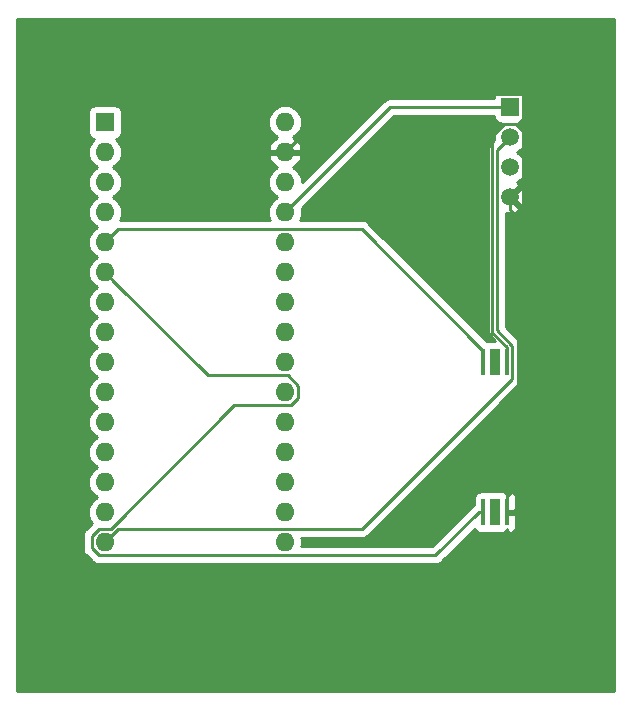
<source format=gtl>
G04 #@! TF.GenerationSoftware,KiCad,Pcbnew,(5.1.0)-1*
G04 #@! TF.CreationDate,2019-10-27T15:01:23-04:00*
G04 #@! TF.ProjectId,Reciever,52656369-6576-4657-922e-6b696361645f,rev?*
G04 #@! TF.SameCoordinates,Original*
G04 #@! TF.FileFunction,Copper,L1,Top*
G04 #@! TF.FilePolarity,Positive*
%FSLAX46Y46*%
G04 Gerber Fmt 4.6, Leading zero omitted, Abs format (unit mm)*
G04 Created by KiCad (PCBNEW (5.1.0)-1) date 2019-10-27 15:01:23*
%MOMM*%
%LPD*%
G04 APERTURE LIST*
%ADD10C,1.500000*%
%ADD11R,1.500000X1.500000*%
%ADD12R,0.920000X2.290000*%
%ADD13R,0.330000X2.290000*%
%ADD14O,1.600000X1.600000*%
%ADD15R,1.600000X1.600000*%
%ADD16C,0.250000*%
%ADD17C,0.254000*%
G04 APERTURE END LIST*
D10*
X66040000Y-62230000D03*
X66040000Y-59690000D03*
X66040000Y-57150000D03*
D11*
X66040000Y-54610000D03*
D12*
X64770000Y-76200000D03*
D13*
X63790000Y-76200000D03*
X65750000Y-76200000D03*
D12*
X64770000Y-88900000D03*
D13*
X63790000Y-88900000D03*
X65750000Y-88900000D03*
D14*
X46990000Y-91440000D03*
X31750000Y-91440000D03*
X46990000Y-55880000D03*
X31750000Y-88900000D03*
X46990000Y-58420000D03*
X31750000Y-86360000D03*
X46990000Y-60960000D03*
X31750000Y-83820000D03*
X46990000Y-63500000D03*
X31750000Y-81280000D03*
X46990000Y-66040000D03*
X31750000Y-78740000D03*
X46990000Y-68580000D03*
X31750000Y-76200000D03*
X46990000Y-71120000D03*
X31750000Y-73660000D03*
X46990000Y-73660000D03*
X31750000Y-71120000D03*
X46990000Y-76200000D03*
X31750000Y-68580000D03*
X46990000Y-78740000D03*
X31750000Y-66040000D03*
X46990000Y-81280000D03*
X31750000Y-63500000D03*
X46990000Y-83820000D03*
X31750000Y-60960000D03*
X46990000Y-86360000D03*
X31750000Y-58420000D03*
X46990000Y-88900000D03*
D15*
X31750000Y-55880000D03*
D16*
X32549999Y-90640001D02*
X31750000Y-91440000D01*
X53530003Y-90314999D02*
X32875001Y-90314999D01*
X66240001Y-77605001D02*
X53530003Y-90314999D01*
X32875001Y-90314999D02*
X32549999Y-90640001D01*
X66240001Y-74794999D02*
X66240001Y-77605001D01*
X64964999Y-73519997D02*
X66240001Y-74794999D01*
X64964999Y-58225001D02*
X64964999Y-73519997D01*
X66040000Y-57150000D02*
X64964999Y-58225001D01*
X66040000Y-63290660D02*
X66040000Y-62230000D01*
X66690010Y-63940670D02*
X66040000Y-63290660D01*
X66690010Y-86564990D02*
X66690010Y-63940670D01*
X65750000Y-87505000D02*
X66690010Y-86564990D01*
X65750000Y-88900000D02*
X65750000Y-87505000D01*
X67115001Y-56633999D02*
X67115001Y-86139999D01*
X67115001Y-86139999D02*
X66690010Y-86564990D01*
X66556001Y-56074999D02*
X67115001Y-56633999D01*
X65523999Y-56074999D02*
X66556001Y-56074999D01*
X64514989Y-57084009D02*
X65523999Y-56074999D01*
X64514989Y-73706397D02*
X64514989Y-57084009D01*
X65750000Y-74941408D02*
X64514989Y-73706397D01*
X65750000Y-76200000D02*
X65750000Y-74941408D01*
X65523999Y-56074999D02*
X64770000Y-56828998D01*
X51875001Y-53534999D02*
X67050001Y-53534999D01*
X46990000Y-58420000D02*
X51875001Y-53534999D01*
X67050001Y-53534999D02*
X67115001Y-53599999D01*
X67115001Y-53599999D02*
X67115001Y-55620001D01*
X67115001Y-55620001D02*
X66660003Y-56074999D01*
X66660003Y-56074999D02*
X65523999Y-56074999D01*
X55880000Y-54610000D02*
X46990000Y-63500000D01*
X66040000Y-54610000D02*
X55880000Y-54610000D01*
X32549999Y-69379999D02*
X31750000Y-68580000D01*
X47240003Y-77325001D02*
X40495001Y-77325001D01*
X48115001Y-79280001D02*
X48115001Y-78199999D01*
X47530001Y-79865001D02*
X48115001Y-79280001D01*
X32238591Y-90314999D02*
X42688589Y-79865001D01*
X40495001Y-77325001D02*
X32549999Y-69379999D01*
X31209999Y-90314999D02*
X32238591Y-90314999D01*
X48115001Y-78199999D02*
X47240003Y-77325001D01*
X30624999Y-90899999D02*
X31209999Y-90314999D01*
X42688589Y-79865001D02*
X47530001Y-79865001D01*
X30624999Y-91980001D02*
X30624999Y-90899999D01*
X31209999Y-92565001D02*
X30624999Y-91980001D01*
X59709999Y-92565001D02*
X31209999Y-92565001D01*
X63375000Y-88900000D02*
X59709999Y-92565001D01*
X63790000Y-88900000D02*
X63375000Y-88900000D01*
X32549999Y-65240001D02*
X31750000Y-66040000D01*
X32875001Y-64914999D02*
X32549999Y-65240001D01*
X53484999Y-64914999D02*
X32875001Y-64914999D01*
X63790000Y-75220000D02*
X53484999Y-64914999D01*
X63790000Y-76200000D02*
X63790000Y-75220000D01*
D17*
G36*
X74803000Y-104013000D02*
G01*
X24257000Y-104013000D01*
X24257000Y-90899999D01*
X29861323Y-90899999D01*
X29865000Y-90937331D01*
X29864999Y-91942678D01*
X29861323Y-91980001D01*
X29864999Y-92017323D01*
X29864999Y-92017333D01*
X29875996Y-92128986D01*
X29898653Y-92203676D01*
X29919453Y-92272247D01*
X29990025Y-92404277D01*
X30029870Y-92452827D01*
X30084998Y-92520002D01*
X30114001Y-92543804D01*
X30646199Y-93076003D01*
X30669998Y-93105002D01*
X30698996Y-93128800D01*
X30785722Y-93199975D01*
X30917752Y-93270547D01*
X31061013Y-93314004D01*
X31172666Y-93325001D01*
X31172676Y-93325001D01*
X31209999Y-93328677D01*
X31247322Y-93325001D01*
X59672677Y-93325001D01*
X59709999Y-93328677D01*
X59747321Y-93325001D01*
X59747332Y-93325001D01*
X59858985Y-93314004D01*
X60002246Y-93270547D01*
X60134275Y-93199975D01*
X60250000Y-93105002D01*
X60273803Y-93075998D01*
X63044249Y-90305552D01*
X63094463Y-90399494D01*
X63173815Y-90496185D01*
X63270506Y-90575537D01*
X63380820Y-90634502D01*
X63500518Y-90670812D01*
X63625000Y-90683072D01*
X63955000Y-90683072D01*
X64079482Y-90670812D01*
X64132500Y-90654729D01*
X64185518Y-90670812D01*
X64310000Y-90683072D01*
X65230000Y-90683072D01*
X65354482Y-90670812D01*
X65407305Y-90654788D01*
X65453733Y-90669424D01*
X65553250Y-90680000D01*
X65712000Y-90521250D01*
X65712000Y-90458637D01*
X65760537Y-90399494D01*
X65788000Y-90348115D01*
X65788000Y-90521250D01*
X65946750Y-90680000D01*
X66046267Y-90669424D01*
X66165564Y-90631817D01*
X66275231Y-90571659D01*
X66371056Y-90491261D01*
X66449354Y-90393714D01*
X66507117Y-90282767D01*
X66542126Y-90162682D01*
X66553034Y-90038074D01*
X66550000Y-89185750D01*
X66391250Y-89027000D01*
X65868072Y-89027000D01*
X65868072Y-88773000D01*
X66391250Y-88773000D01*
X66550000Y-88614250D01*
X66553034Y-87761926D01*
X66542126Y-87637318D01*
X66507117Y-87517233D01*
X66449354Y-87406286D01*
X66371056Y-87308739D01*
X66275231Y-87228341D01*
X66165564Y-87168183D01*
X66046267Y-87130576D01*
X65946750Y-87120000D01*
X65788000Y-87278750D01*
X65788000Y-87451885D01*
X65760537Y-87400506D01*
X65712000Y-87341363D01*
X65712000Y-87278750D01*
X65553250Y-87120000D01*
X65453733Y-87130576D01*
X65407305Y-87145212D01*
X65354482Y-87129188D01*
X65230000Y-87116928D01*
X64310000Y-87116928D01*
X64185518Y-87129188D01*
X64132500Y-87145271D01*
X64079482Y-87129188D01*
X63955000Y-87116928D01*
X63625000Y-87116928D01*
X63500518Y-87129188D01*
X63380820Y-87165498D01*
X63270506Y-87224463D01*
X63173815Y-87303815D01*
X63094463Y-87400506D01*
X63035498Y-87510820D01*
X62999188Y-87630518D01*
X62986928Y-87755000D01*
X62986928Y-88245674D01*
X62950723Y-88265026D01*
X62867083Y-88333668D01*
X62834999Y-88359999D01*
X62811201Y-88388997D01*
X59395198Y-91805001D01*
X48378849Y-91805001D01*
X48404236Y-91721309D01*
X48431943Y-91440000D01*
X48404236Y-91158691D01*
X48378849Y-91074999D01*
X53492681Y-91074999D01*
X53530003Y-91078675D01*
X53567325Y-91074999D01*
X53567336Y-91074999D01*
X53678989Y-91064002D01*
X53822250Y-91020545D01*
X53954279Y-90949973D01*
X54070004Y-90855000D01*
X54093807Y-90825996D01*
X66751004Y-78168800D01*
X66780002Y-78145002D01*
X66874975Y-78029277D01*
X66945547Y-77897248D01*
X66989004Y-77753987D01*
X67000001Y-77642334D01*
X67003678Y-77605001D01*
X67000001Y-77567668D01*
X67000001Y-74832321D01*
X67003677Y-74794998D01*
X67000001Y-74757675D01*
X67000001Y-74757666D01*
X66989004Y-74646013D01*
X66945547Y-74502752D01*
X66906226Y-74429188D01*
X66874975Y-74370722D01*
X66803800Y-74283996D01*
X66780002Y-74254998D01*
X66751005Y-74231201D01*
X65724999Y-73205196D01*
X65724999Y-63578823D01*
X65839960Y-63607250D01*
X66112492Y-63619812D01*
X66382238Y-63578965D01*
X66638832Y-63486277D01*
X66751863Y-63425860D01*
X66817388Y-63186993D01*
X66040000Y-62409605D01*
X66025858Y-62423748D01*
X65846253Y-62244143D01*
X65860395Y-62230000D01*
X66219605Y-62230000D01*
X66996993Y-63007388D01*
X67235860Y-62941863D01*
X67351760Y-62694884D01*
X67417250Y-62430040D01*
X67429812Y-62157508D01*
X67388965Y-61887762D01*
X67296277Y-61631168D01*
X67235860Y-61518137D01*
X66996993Y-61452612D01*
X66219605Y-62230000D01*
X65860395Y-62230000D01*
X65846253Y-62215858D01*
X66025858Y-62036253D01*
X66040000Y-62050395D01*
X66817388Y-61273007D01*
X66751863Y-61034140D01*
X66593523Y-60959836D01*
X66696043Y-60917371D01*
X66922886Y-60765799D01*
X67115799Y-60572886D01*
X67267371Y-60346043D01*
X67371775Y-60093989D01*
X67425000Y-59826411D01*
X67425000Y-59553589D01*
X67371775Y-59286011D01*
X67267371Y-59033957D01*
X67115799Y-58807114D01*
X66922886Y-58614201D01*
X66696043Y-58462629D01*
X66593127Y-58420000D01*
X66696043Y-58377371D01*
X66922886Y-58225799D01*
X67115799Y-58032886D01*
X67267371Y-57806043D01*
X67371775Y-57553989D01*
X67425000Y-57286411D01*
X67425000Y-57013589D01*
X67371775Y-56746011D01*
X67267371Y-56493957D01*
X67115799Y-56267114D01*
X66922886Y-56074201D01*
X66806517Y-55996445D01*
X66914482Y-55985812D01*
X67034180Y-55949502D01*
X67144494Y-55890537D01*
X67241185Y-55811185D01*
X67320537Y-55714494D01*
X67379502Y-55604180D01*
X67415812Y-55484482D01*
X67428072Y-55360000D01*
X67428072Y-53860000D01*
X67415812Y-53735518D01*
X67379502Y-53615820D01*
X67320537Y-53505506D01*
X67241185Y-53408815D01*
X67144494Y-53329463D01*
X67034180Y-53270498D01*
X66914482Y-53234188D01*
X66790000Y-53221928D01*
X65290000Y-53221928D01*
X65165518Y-53234188D01*
X65045820Y-53270498D01*
X64935506Y-53329463D01*
X64838815Y-53408815D01*
X64759463Y-53505506D01*
X64700498Y-53615820D01*
X64664188Y-53735518D01*
X64652913Y-53850000D01*
X55917333Y-53850000D01*
X55880000Y-53846323D01*
X55842667Y-53850000D01*
X55731014Y-53860997D01*
X55587753Y-53904454D01*
X55455724Y-53975026D01*
X55339999Y-54069999D01*
X55316201Y-54098997D01*
X48429402Y-60985797D01*
X48431943Y-60960000D01*
X48404236Y-60678691D01*
X48322182Y-60408192D01*
X48188932Y-60158899D01*
X48009608Y-59940392D01*
X47791101Y-59761068D01*
X47653318Y-59687421D01*
X47845131Y-59572385D01*
X48053519Y-59383414D01*
X48221037Y-59157420D01*
X48341246Y-58903087D01*
X48381904Y-58769039D01*
X48259915Y-58547000D01*
X47117000Y-58547000D01*
X47117000Y-58567000D01*
X46863000Y-58567000D01*
X46863000Y-58547000D01*
X45720085Y-58547000D01*
X45598096Y-58769039D01*
X45638754Y-58903087D01*
X45758963Y-59157420D01*
X45926481Y-59383414D01*
X46134869Y-59572385D01*
X46326682Y-59687421D01*
X46188899Y-59761068D01*
X45970392Y-59940392D01*
X45791068Y-60158899D01*
X45657818Y-60408192D01*
X45575764Y-60678691D01*
X45548057Y-60960000D01*
X45575764Y-61241309D01*
X45657818Y-61511808D01*
X45791068Y-61761101D01*
X45970392Y-61979608D01*
X46188899Y-62158932D01*
X46321858Y-62230000D01*
X46188899Y-62301068D01*
X45970392Y-62480392D01*
X45791068Y-62698899D01*
X45657818Y-62948192D01*
X45575764Y-63218691D01*
X45548057Y-63500000D01*
X45575764Y-63781309D01*
X45657818Y-64051808D01*
X45712975Y-64154999D01*
X33027025Y-64154999D01*
X33082182Y-64051808D01*
X33164236Y-63781309D01*
X33191943Y-63500000D01*
X33164236Y-63218691D01*
X33082182Y-62948192D01*
X32948932Y-62698899D01*
X32769608Y-62480392D01*
X32551101Y-62301068D01*
X32418142Y-62230000D01*
X32551101Y-62158932D01*
X32769608Y-61979608D01*
X32948932Y-61761101D01*
X33082182Y-61511808D01*
X33164236Y-61241309D01*
X33191943Y-60960000D01*
X33164236Y-60678691D01*
X33082182Y-60408192D01*
X32948932Y-60158899D01*
X32769608Y-59940392D01*
X32551101Y-59761068D01*
X32418142Y-59690000D01*
X32551101Y-59618932D01*
X32769608Y-59439608D01*
X32948932Y-59221101D01*
X33082182Y-58971808D01*
X33164236Y-58701309D01*
X33191943Y-58420000D01*
X33164236Y-58138691D01*
X33082182Y-57868192D01*
X32948932Y-57618899D01*
X32769608Y-57400392D01*
X32656518Y-57307581D01*
X32674482Y-57305812D01*
X32794180Y-57269502D01*
X32904494Y-57210537D01*
X33001185Y-57131185D01*
X33080537Y-57034494D01*
X33139502Y-56924180D01*
X33175812Y-56804482D01*
X33188072Y-56680000D01*
X33188072Y-55880000D01*
X45548057Y-55880000D01*
X45575764Y-56161309D01*
X45657818Y-56431808D01*
X45791068Y-56681101D01*
X45970392Y-56899608D01*
X46188899Y-57078932D01*
X46326682Y-57152579D01*
X46134869Y-57267615D01*
X45926481Y-57456586D01*
X45758963Y-57682580D01*
X45638754Y-57936913D01*
X45598096Y-58070961D01*
X45720085Y-58293000D01*
X46863000Y-58293000D01*
X46863000Y-58273000D01*
X47117000Y-58273000D01*
X47117000Y-58293000D01*
X48259915Y-58293000D01*
X48381904Y-58070961D01*
X48341246Y-57936913D01*
X48221037Y-57682580D01*
X48053519Y-57456586D01*
X47845131Y-57267615D01*
X47653318Y-57152579D01*
X47791101Y-57078932D01*
X48009608Y-56899608D01*
X48188932Y-56681101D01*
X48322182Y-56431808D01*
X48404236Y-56161309D01*
X48431943Y-55880000D01*
X48404236Y-55598691D01*
X48322182Y-55328192D01*
X48188932Y-55078899D01*
X48009608Y-54860392D01*
X47791101Y-54681068D01*
X47541808Y-54547818D01*
X47271309Y-54465764D01*
X47060492Y-54445000D01*
X46919508Y-54445000D01*
X46708691Y-54465764D01*
X46438192Y-54547818D01*
X46188899Y-54681068D01*
X45970392Y-54860392D01*
X45791068Y-55078899D01*
X45657818Y-55328192D01*
X45575764Y-55598691D01*
X45548057Y-55880000D01*
X33188072Y-55880000D01*
X33188072Y-55080000D01*
X33175812Y-54955518D01*
X33139502Y-54835820D01*
X33080537Y-54725506D01*
X33001185Y-54628815D01*
X32904494Y-54549463D01*
X32794180Y-54490498D01*
X32674482Y-54454188D01*
X32550000Y-54441928D01*
X30950000Y-54441928D01*
X30825518Y-54454188D01*
X30705820Y-54490498D01*
X30595506Y-54549463D01*
X30498815Y-54628815D01*
X30419463Y-54725506D01*
X30360498Y-54835820D01*
X30324188Y-54955518D01*
X30311928Y-55080000D01*
X30311928Y-56680000D01*
X30324188Y-56804482D01*
X30360498Y-56924180D01*
X30419463Y-57034494D01*
X30498815Y-57131185D01*
X30595506Y-57210537D01*
X30705820Y-57269502D01*
X30825518Y-57305812D01*
X30843482Y-57307581D01*
X30730392Y-57400392D01*
X30551068Y-57618899D01*
X30417818Y-57868192D01*
X30335764Y-58138691D01*
X30308057Y-58420000D01*
X30335764Y-58701309D01*
X30417818Y-58971808D01*
X30551068Y-59221101D01*
X30730392Y-59439608D01*
X30948899Y-59618932D01*
X31081858Y-59690000D01*
X30948899Y-59761068D01*
X30730392Y-59940392D01*
X30551068Y-60158899D01*
X30417818Y-60408192D01*
X30335764Y-60678691D01*
X30308057Y-60960000D01*
X30335764Y-61241309D01*
X30417818Y-61511808D01*
X30551068Y-61761101D01*
X30730392Y-61979608D01*
X30948899Y-62158932D01*
X31081858Y-62230000D01*
X30948899Y-62301068D01*
X30730392Y-62480392D01*
X30551068Y-62698899D01*
X30417818Y-62948192D01*
X30335764Y-63218691D01*
X30308057Y-63500000D01*
X30335764Y-63781309D01*
X30417818Y-64051808D01*
X30551068Y-64301101D01*
X30730392Y-64519608D01*
X30948899Y-64698932D01*
X31081858Y-64770000D01*
X30948899Y-64841068D01*
X30730392Y-65020392D01*
X30551068Y-65238899D01*
X30417818Y-65488192D01*
X30335764Y-65758691D01*
X30308057Y-66040000D01*
X30335764Y-66321309D01*
X30417818Y-66591808D01*
X30551068Y-66841101D01*
X30730392Y-67059608D01*
X30948899Y-67238932D01*
X31081858Y-67310000D01*
X30948899Y-67381068D01*
X30730392Y-67560392D01*
X30551068Y-67778899D01*
X30417818Y-68028192D01*
X30335764Y-68298691D01*
X30308057Y-68580000D01*
X30335764Y-68861309D01*
X30417818Y-69131808D01*
X30551068Y-69381101D01*
X30730392Y-69599608D01*
X30948899Y-69778932D01*
X31081858Y-69850000D01*
X30948899Y-69921068D01*
X30730392Y-70100392D01*
X30551068Y-70318899D01*
X30417818Y-70568192D01*
X30335764Y-70838691D01*
X30308057Y-71120000D01*
X30335764Y-71401309D01*
X30417818Y-71671808D01*
X30551068Y-71921101D01*
X30730392Y-72139608D01*
X30948899Y-72318932D01*
X31081858Y-72390000D01*
X30948899Y-72461068D01*
X30730392Y-72640392D01*
X30551068Y-72858899D01*
X30417818Y-73108192D01*
X30335764Y-73378691D01*
X30308057Y-73660000D01*
X30335764Y-73941309D01*
X30417818Y-74211808D01*
X30551068Y-74461101D01*
X30730392Y-74679608D01*
X30948899Y-74858932D01*
X31081858Y-74930000D01*
X30948899Y-75001068D01*
X30730392Y-75180392D01*
X30551068Y-75398899D01*
X30417818Y-75648192D01*
X30335764Y-75918691D01*
X30308057Y-76200000D01*
X30335764Y-76481309D01*
X30417818Y-76751808D01*
X30551068Y-77001101D01*
X30730392Y-77219608D01*
X30948899Y-77398932D01*
X31081858Y-77470000D01*
X30948899Y-77541068D01*
X30730392Y-77720392D01*
X30551068Y-77938899D01*
X30417818Y-78188192D01*
X30335764Y-78458691D01*
X30308057Y-78740000D01*
X30335764Y-79021309D01*
X30417818Y-79291808D01*
X30551068Y-79541101D01*
X30730392Y-79759608D01*
X30948899Y-79938932D01*
X31081858Y-80010000D01*
X30948899Y-80081068D01*
X30730392Y-80260392D01*
X30551068Y-80478899D01*
X30417818Y-80728192D01*
X30335764Y-80998691D01*
X30308057Y-81280000D01*
X30335764Y-81561309D01*
X30417818Y-81831808D01*
X30551068Y-82081101D01*
X30730392Y-82299608D01*
X30948899Y-82478932D01*
X31081858Y-82550000D01*
X30948899Y-82621068D01*
X30730392Y-82800392D01*
X30551068Y-83018899D01*
X30417818Y-83268192D01*
X30335764Y-83538691D01*
X30308057Y-83820000D01*
X30335764Y-84101309D01*
X30417818Y-84371808D01*
X30551068Y-84621101D01*
X30730392Y-84839608D01*
X30948899Y-85018932D01*
X31081858Y-85090000D01*
X30948899Y-85161068D01*
X30730392Y-85340392D01*
X30551068Y-85558899D01*
X30417818Y-85808192D01*
X30335764Y-86078691D01*
X30308057Y-86360000D01*
X30335764Y-86641309D01*
X30417818Y-86911808D01*
X30551068Y-87161101D01*
X30730392Y-87379608D01*
X30948899Y-87558932D01*
X31081858Y-87630000D01*
X30948899Y-87701068D01*
X30730392Y-87880392D01*
X30551068Y-88098899D01*
X30417818Y-88348192D01*
X30335764Y-88618691D01*
X30308057Y-88900000D01*
X30335764Y-89181309D01*
X30417818Y-89451808D01*
X30551068Y-89701101D01*
X30640330Y-89809867D01*
X30113997Y-90336200D01*
X30084999Y-90359998D01*
X30061201Y-90388996D01*
X30061200Y-90388997D01*
X29990025Y-90475723D01*
X29919453Y-90607753D01*
X29909671Y-90640002D01*
X29879558Y-90739276D01*
X29875997Y-90751014D01*
X29861323Y-90899999D01*
X24257000Y-90899999D01*
X24257000Y-47117000D01*
X74803000Y-47117000D01*
X74803000Y-104013000D01*
X74803000Y-104013000D01*
G37*
X74803000Y-104013000D02*
X24257000Y-104013000D01*
X24257000Y-90899999D01*
X29861323Y-90899999D01*
X29865000Y-90937331D01*
X29864999Y-91942678D01*
X29861323Y-91980001D01*
X29864999Y-92017323D01*
X29864999Y-92017333D01*
X29875996Y-92128986D01*
X29898653Y-92203676D01*
X29919453Y-92272247D01*
X29990025Y-92404277D01*
X30029870Y-92452827D01*
X30084998Y-92520002D01*
X30114001Y-92543804D01*
X30646199Y-93076003D01*
X30669998Y-93105002D01*
X30698996Y-93128800D01*
X30785722Y-93199975D01*
X30917752Y-93270547D01*
X31061013Y-93314004D01*
X31172666Y-93325001D01*
X31172676Y-93325001D01*
X31209999Y-93328677D01*
X31247322Y-93325001D01*
X59672677Y-93325001D01*
X59709999Y-93328677D01*
X59747321Y-93325001D01*
X59747332Y-93325001D01*
X59858985Y-93314004D01*
X60002246Y-93270547D01*
X60134275Y-93199975D01*
X60250000Y-93105002D01*
X60273803Y-93075998D01*
X63044249Y-90305552D01*
X63094463Y-90399494D01*
X63173815Y-90496185D01*
X63270506Y-90575537D01*
X63380820Y-90634502D01*
X63500518Y-90670812D01*
X63625000Y-90683072D01*
X63955000Y-90683072D01*
X64079482Y-90670812D01*
X64132500Y-90654729D01*
X64185518Y-90670812D01*
X64310000Y-90683072D01*
X65230000Y-90683072D01*
X65354482Y-90670812D01*
X65407305Y-90654788D01*
X65453733Y-90669424D01*
X65553250Y-90680000D01*
X65712000Y-90521250D01*
X65712000Y-90458637D01*
X65760537Y-90399494D01*
X65788000Y-90348115D01*
X65788000Y-90521250D01*
X65946750Y-90680000D01*
X66046267Y-90669424D01*
X66165564Y-90631817D01*
X66275231Y-90571659D01*
X66371056Y-90491261D01*
X66449354Y-90393714D01*
X66507117Y-90282767D01*
X66542126Y-90162682D01*
X66553034Y-90038074D01*
X66550000Y-89185750D01*
X66391250Y-89027000D01*
X65868072Y-89027000D01*
X65868072Y-88773000D01*
X66391250Y-88773000D01*
X66550000Y-88614250D01*
X66553034Y-87761926D01*
X66542126Y-87637318D01*
X66507117Y-87517233D01*
X66449354Y-87406286D01*
X66371056Y-87308739D01*
X66275231Y-87228341D01*
X66165564Y-87168183D01*
X66046267Y-87130576D01*
X65946750Y-87120000D01*
X65788000Y-87278750D01*
X65788000Y-87451885D01*
X65760537Y-87400506D01*
X65712000Y-87341363D01*
X65712000Y-87278750D01*
X65553250Y-87120000D01*
X65453733Y-87130576D01*
X65407305Y-87145212D01*
X65354482Y-87129188D01*
X65230000Y-87116928D01*
X64310000Y-87116928D01*
X64185518Y-87129188D01*
X64132500Y-87145271D01*
X64079482Y-87129188D01*
X63955000Y-87116928D01*
X63625000Y-87116928D01*
X63500518Y-87129188D01*
X63380820Y-87165498D01*
X63270506Y-87224463D01*
X63173815Y-87303815D01*
X63094463Y-87400506D01*
X63035498Y-87510820D01*
X62999188Y-87630518D01*
X62986928Y-87755000D01*
X62986928Y-88245674D01*
X62950723Y-88265026D01*
X62867083Y-88333668D01*
X62834999Y-88359999D01*
X62811201Y-88388997D01*
X59395198Y-91805001D01*
X48378849Y-91805001D01*
X48404236Y-91721309D01*
X48431943Y-91440000D01*
X48404236Y-91158691D01*
X48378849Y-91074999D01*
X53492681Y-91074999D01*
X53530003Y-91078675D01*
X53567325Y-91074999D01*
X53567336Y-91074999D01*
X53678989Y-91064002D01*
X53822250Y-91020545D01*
X53954279Y-90949973D01*
X54070004Y-90855000D01*
X54093807Y-90825996D01*
X66751004Y-78168800D01*
X66780002Y-78145002D01*
X66874975Y-78029277D01*
X66945547Y-77897248D01*
X66989004Y-77753987D01*
X67000001Y-77642334D01*
X67003678Y-77605001D01*
X67000001Y-77567668D01*
X67000001Y-74832321D01*
X67003677Y-74794998D01*
X67000001Y-74757675D01*
X67000001Y-74757666D01*
X66989004Y-74646013D01*
X66945547Y-74502752D01*
X66906226Y-74429188D01*
X66874975Y-74370722D01*
X66803800Y-74283996D01*
X66780002Y-74254998D01*
X66751005Y-74231201D01*
X65724999Y-73205196D01*
X65724999Y-63578823D01*
X65839960Y-63607250D01*
X66112492Y-63619812D01*
X66382238Y-63578965D01*
X66638832Y-63486277D01*
X66751863Y-63425860D01*
X66817388Y-63186993D01*
X66040000Y-62409605D01*
X66025858Y-62423748D01*
X65846253Y-62244143D01*
X65860395Y-62230000D01*
X66219605Y-62230000D01*
X66996993Y-63007388D01*
X67235860Y-62941863D01*
X67351760Y-62694884D01*
X67417250Y-62430040D01*
X67429812Y-62157508D01*
X67388965Y-61887762D01*
X67296277Y-61631168D01*
X67235860Y-61518137D01*
X66996993Y-61452612D01*
X66219605Y-62230000D01*
X65860395Y-62230000D01*
X65846253Y-62215858D01*
X66025858Y-62036253D01*
X66040000Y-62050395D01*
X66817388Y-61273007D01*
X66751863Y-61034140D01*
X66593523Y-60959836D01*
X66696043Y-60917371D01*
X66922886Y-60765799D01*
X67115799Y-60572886D01*
X67267371Y-60346043D01*
X67371775Y-60093989D01*
X67425000Y-59826411D01*
X67425000Y-59553589D01*
X67371775Y-59286011D01*
X67267371Y-59033957D01*
X67115799Y-58807114D01*
X66922886Y-58614201D01*
X66696043Y-58462629D01*
X66593127Y-58420000D01*
X66696043Y-58377371D01*
X66922886Y-58225799D01*
X67115799Y-58032886D01*
X67267371Y-57806043D01*
X67371775Y-57553989D01*
X67425000Y-57286411D01*
X67425000Y-57013589D01*
X67371775Y-56746011D01*
X67267371Y-56493957D01*
X67115799Y-56267114D01*
X66922886Y-56074201D01*
X66806517Y-55996445D01*
X66914482Y-55985812D01*
X67034180Y-55949502D01*
X67144494Y-55890537D01*
X67241185Y-55811185D01*
X67320537Y-55714494D01*
X67379502Y-55604180D01*
X67415812Y-55484482D01*
X67428072Y-55360000D01*
X67428072Y-53860000D01*
X67415812Y-53735518D01*
X67379502Y-53615820D01*
X67320537Y-53505506D01*
X67241185Y-53408815D01*
X67144494Y-53329463D01*
X67034180Y-53270498D01*
X66914482Y-53234188D01*
X66790000Y-53221928D01*
X65290000Y-53221928D01*
X65165518Y-53234188D01*
X65045820Y-53270498D01*
X64935506Y-53329463D01*
X64838815Y-53408815D01*
X64759463Y-53505506D01*
X64700498Y-53615820D01*
X64664188Y-53735518D01*
X64652913Y-53850000D01*
X55917333Y-53850000D01*
X55880000Y-53846323D01*
X55842667Y-53850000D01*
X55731014Y-53860997D01*
X55587753Y-53904454D01*
X55455724Y-53975026D01*
X55339999Y-54069999D01*
X55316201Y-54098997D01*
X48429402Y-60985797D01*
X48431943Y-60960000D01*
X48404236Y-60678691D01*
X48322182Y-60408192D01*
X48188932Y-60158899D01*
X48009608Y-59940392D01*
X47791101Y-59761068D01*
X47653318Y-59687421D01*
X47845131Y-59572385D01*
X48053519Y-59383414D01*
X48221037Y-59157420D01*
X48341246Y-58903087D01*
X48381904Y-58769039D01*
X48259915Y-58547000D01*
X47117000Y-58547000D01*
X47117000Y-58567000D01*
X46863000Y-58567000D01*
X46863000Y-58547000D01*
X45720085Y-58547000D01*
X45598096Y-58769039D01*
X45638754Y-58903087D01*
X45758963Y-59157420D01*
X45926481Y-59383414D01*
X46134869Y-59572385D01*
X46326682Y-59687421D01*
X46188899Y-59761068D01*
X45970392Y-59940392D01*
X45791068Y-60158899D01*
X45657818Y-60408192D01*
X45575764Y-60678691D01*
X45548057Y-60960000D01*
X45575764Y-61241309D01*
X45657818Y-61511808D01*
X45791068Y-61761101D01*
X45970392Y-61979608D01*
X46188899Y-62158932D01*
X46321858Y-62230000D01*
X46188899Y-62301068D01*
X45970392Y-62480392D01*
X45791068Y-62698899D01*
X45657818Y-62948192D01*
X45575764Y-63218691D01*
X45548057Y-63500000D01*
X45575764Y-63781309D01*
X45657818Y-64051808D01*
X45712975Y-64154999D01*
X33027025Y-64154999D01*
X33082182Y-64051808D01*
X33164236Y-63781309D01*
X33191943Y-63500000D01*
X33164236Y-63218691D01*
X33082182Y-62948192D01*
X32948932Y-62698899D01*
X32769608Y-62480392D01*
X32551101Y-62301068D01*
X32418142Y-62230000D01*
X32551101Y-62158932D01*
X32769608Y-61979608D01*
X32948932Y-61761101D01*
X33082182Y-61511808D01*
X33164236Y-61241309D01*
X33191943Y-60960000D01*
X33164236Y-60678691D01*
X33082182Y-60408192D01*
X32948932Y-60158899D01*
X32769608Y-59940392D01*
X32551101Y-59761068D01*
X32418142Y-59690000D01*
X32551101Y-59618932D01*
X32769608Y-59439608D01*
X32948932Y-59221101D01*
X33082182Y-58971808D01*
X33164236Y-58701309D01*
X33191943Y-58420000D01*
X33164236Y-58138691D01*
X33082182Y-57868192D01*
X32948932Y-57618899D01*
X32769608Y-57400392D01*
X32656518Y-57307581D01*
X32674482Y-57305812D01*
X32794180Y-57269502D01*
X32904494Y-57210537D01*
X33001185Y-57131185D01*
X33080537Y-57034494D01*
X33139502Y-56924180D01*
X33175812Y-56804482D01*
X33188072Y-56680000D01*
X33188072Y-55880000D01*
X45548057Y-55880000D01*
X45575764Y-56161309D01*
X45657818Y-56431808D01*
X45791068Y-56681101D01*
X45970392Y-56899608D01*
X46188899Y-57078932D01*
X46326682Y-57152579D01*
X46134869Y-57267615D01*
X45926481Y-57456586D01*
X45758963Y-57682580D01*
X45638754Y-57936913D01*
X45598096Y-58070961D01*
X45720085Y-58293000D01*
X46863000Y-58293000D01*
X46863000Y-58273000D01*
X47117000Y-58273000D01*
X47117000Y-58293000D01*
X48259915Y-58293000D01*
X48381904Y-58070961D01*
X48341246Y-57936913D01*
X48221037Y-57682580D01*
X48053519Y-57456586D01*
X47845131Y-57267615D01*
X47653318Y-57152579D01*
X47791101Y-57078932D01*
X48009608Y-56899608D01*
X48188932Y-56681101D01*
X48322182Y-56431808D01*
X48404236Y-56161309D01*
X48431943Y-55880000D01*
X48404236Y-55598691D01*
X48322182Y-55328192D01*
X48188932Y-55078899D01*
X48009608Y-54860392D01*
X47791101Y-54681068D01*
X47541808Y-54547818D01*
X47271309Y-54465764D01*
X47060492Y-54445000D01*
X46919508Y-54445000D01*
X46708691Y-54465764D01*
X46438192Y-54547818D01*
X46188899Y-54681068D01*
X45970392Y-54860392D01*
X45791068Y-55078899D01*
X45657818Y-55328192D01*
X45575764Y-55598691D01*
X45548057Y-55880000D01*
X33188072Y-55880000D01*
X33188072Y-55080000D01*
X33175812Y-54955518D01*
X33139502Y-54835820D01*
X33080537Y-54725506D01*
X33001185Y-54628815D01*
X32904494Y-54549463D01*
X32794180Y-54490498D01*
X32674482Y-54454188D01*
X32550000Y-54441928D01*
X30950000Y-54441928D01*
X30825518Y-54454188D01*
X30705820Y-54490498D01*
X30595506Y-54549463D01*
X30498815Y-54628815D01*
X30419463Y-54725506D01*
X30360498Y-54835820D01*
X30324188Y-54955518D01*
X30311928Y-55080000D01*
X30311928Y-56680000D01*
X30324188Y-56804482D01*
X30360498Y-56924180D01*
X30419463Y-57034494D01*
X30498815Y-57131185D01*
X30595506Y-57210537D01*
X30705820Y-57269502D01*
X30825518Y-57305812D01*
X30843482Y-57307581D01*
X30730392Y-57400392D01*
X30551068Y-57618899D01*
X30417818Y-57868192D01*
X30335764Y-58138691D01*
X30308057Y-58420000D01*
X30335764Y-58701309D01*
X30417818Y-58971808D01*
X30551068Y-59221101D01*
X30730392Y-59439608D01*
X30948899Y-59618932D01*
X31081858Y-59690000D01*
X30948899Y-59761068D01*
X30730392Y-59940392D01*
X30551068Y-60158899D01*
X30417818Y-60408192D01*
X30335764Y-60678691D01*
X30308057Y-60960000D01*
X30335764Y-61241309D01*
X30417818Y-61511808D01*
X30551068Y-61761101D01*
X30730392Y-61979608D01*
X30948899Y-62158932D01*
X31081858Y-62230000D01*
X30948899Y-62301068D01*
X30730392Y-62480392D01*
X30551068Y-62698899D01*
X30417818Y-62948192D01*
X30335764Y-63218691D01*
X30308057Y-63500000D01*
X30335764Y-63781309D01*
X30417818Y-64051808D01*
X30551068Y-64301101D01*
X30730392Y-64519608D01*
X30948899Y-64698932D01*
X31081858Y-64770000D01*
X30948899Y-64841068D01*
X30730392Y-65020392D01*
X30551068Y-65238899D01*
X30417818Y-65488192D01*
X30335764Y-65758691D01*
X30308057Y-66040000D01*
X30335764Y-66321309D01*
X30417818Y-66591808D01*
X30551068Y-66841101D01*
X30730392Y-67059608D01*
X30948899Y-67238932D01*
X31081858Y-67310000D01*
X30948899Y-67381068D01*
X30730392Y-67560392D01*
X30551068Y-67778899D01*
X30417818Y-68028192D01*
X30335764Y-68298691D01*
X30308057Y-68580000D01*
X30335764Y-68861309D01*
X30417818Y-69131808D01*
X30551068Y-69381101D01*
X30730392Y-69599608D01*
X30948899Y-69778932D01*
X31081858Y-69850000D01*
X30948899Y-69921068D01*
X30730392Y-70100392D01*
X30551068Y-70318899D01*
X30417818Y-70568192D01*
X30335764Y-70838691D01*
X30308057Y-71120000D01*
X30335764Y-71401309D01*
X30417818Y-71671808D01*
X30551068Y-71921101D01*
X30730392Y-72139608D01*
X30948899Y-72318932D01*
X31081858Y-72390000D01*
X30948899Y-72461068D01*
X30730392Y-72640392D01*
X30551068Y-72858899D01*
X30417818Y-73108192D01*
X30335764Y-73378691D01*
X30308057Y-73660000D01*
X30335764Y-73941309D01*
X30417818Y-74211808D01*
X30551068Y-74461101D01*
X30730392Y-74679608D01*
X30948899Y-74858932D01*
X31081858Y-74930000D01*
X30948899Y-75001068D01*
X30730392Y-75180392D01*
X30551068Y-75398899D01*
X30417818Y-75648192D01*
X30335764Y-75918691D01*
X30308057Y-76200000D01*
X30335764Y-76481309D01*
X30417818Y-76751808D01*
X30551068Y-77001101D01*
X30730392Y-77219608D01*
X30948899Y-77398932D01*
X31081858Y-77470000D01*
X30948899Y-77541068D01*
X30730392Y-77720392D01*
X30551068Y-77938899D01*
X30417818Y-78188192D01*
X30335764Y-78458691D01*
X30308057Y-78740000D01*
X30335764Y-79021309D01*
X30417818Y-79291808D01*
X30551068Y-79541101D01*
X30730392Y-79759608D01*
X30948899Y-79938932D01*
X31081858Y-80010000D01*
X30948899Y-80081068D01*
X30730392Y-80260392D01*
X30551068Y-80478899D01*
X30417818Y-80728192D01*
X30335764Y-80998691D01*
X30308057Y-81280000D01*
X30335764Y-81561309D01*
X30417818Y-81831808D01*
X30551068Y-82081101D01*
X30730392Y-82299608D01*
X30948899Y-82478932D01*
X31081858Y-82550000D01*
X30948899Y-82621068D01*
X30730392Y-82800392D01*
X30551068Y-83018899D01*
X30417818Y-83268192D01*
X30335764Y-83538691D01*
X30308057Y-83820000D01*
X30335764Y-84101309D01*
X30417818Y-84371808D01*
X30551068Y-84621101D01*
X30730392Y-84839608D01*
X30948899Y-85018932D01*
X31081858Y-85090000D01*
X30948899Y-85161068D01*
X30730392Y-85340392D01*
X30551068Y-85558899D01*
X30417818Y-85808192D01*
X30335764Y-86078691D01*
X30308057Y-86360000D01*
X30335764Y-86641309D01*
X30417818Y-86911808D01*
X30551068Y-87161101D01*
X30730392Y-87379608D01*
X30948899Y-87558932D01*
X31081858Y-87630000D01*
X30948899Y-87701068D01*
X30730392Y-87880392D01*
X30551068Y-88098899D01*
X30417818Y-88348192D01*
X30335764Y-88618691D01*
X30308057Y-88900000D01*
X30335764Y-89181309D01*
X30417818Y-89451808D01*
X30551068Y-89701101D01*
X30640330Y-89809867D01*
X30113997Y-90336200D01*
X30084999Y-90359998D01*
X30061201Y-90388996D01*
X30061200Y-90388997D01*
X29990025Y-90475723D01*
X29919453Y-90607753D01*
X29909671Y-90640002D01*
X29879558Y-90739276D01*
X29875997Y-90751014D01*
X29861323Y-90899999D01*
X24257000Y-90899999D01*
X24257000Y-47117000D01*
X74803000Y-47117000D01*
X74803000Y-104013000D01*
G36*
X64664188Y-55484482D02*
G01*
X64700498Y-55604180D01*
X64759463Y-55714494D01*
X64838815Y-55811185D01*
X64935506Y-55890537D01*
X65045820Y-55949502D01*
X65165518Y-55985812D01*
X65273483Y-55996445D01*
X65157114Y-56074201D01*
X64964201Y-56267114D01*
X64812629Y-56493957D01*
X64708225Y-56746011D01*
X64655000Y-57013589D01*
X64655000Y-57286411D01*
X64683833Y-57431365D01*
X64454001Y-57661197D01*
X64424998Y-57685000D01*
X64369870Y-57752175D01*
X64330025Y-57800725D01*
X64293963Y-57868192D01*
X64259453Y-57932755D01*
X64215996Y-58076016D01*
X64204999Y-58187669D01*
X64204999Y-58187679D01*
X64201323Y-58225001D01*
X64204999Y-58262323D01*
X64205000Y-73482664D01*
X64201323Y-73519997D01*
X64215997Y-73668982D01*
X64259453Y-73812243D01*
X64330025Y-73944273D01*
X64401200Y-74030999D01*
X64424999Y-74059998D01*
X64453997Y-74083796D01*
X64787129Y-74416928D01*
X64310000Y-74416928D01*
X64185518Y-74429188D01*
X64132500Y-74445271D01*
X64079482Y-74429188D01*
X64073390Y-74428588D01*
X54048803Y-64404002D01*
X54025000Y-64374998D01*
X53909275Y-64280025D01*
X53777246Y-64209453D01*
X53633985Y-64165996D01*
X53522332Y-64154999D01*
X53522321Y-64154999D01*
X53484999Y-64151323D01*
X53447677Y-64154999D01*
X48267025Y-64154999D01*
X48322182Y-64051808D01*
X48404236Y-63781309D01*
X48431943Y-63500000D01*
X48404236Y-63218691D01*
X48390708Y-63174093D01*
X56194802Y-55370000D01*
X64652913Y-55370000D01*
X64664188Y-55484482D01*
X64664188Y-55484482D01*
G37*
X64664188Y-55484482D02*
X64700498Y-55604180D01*
X64759463Y-55714494D01*
X64838815Y-55811185D01*
X64935506Y-55890537D01*
X65045820Y-55949502D01*
X65165518Y-55985812D01*
X65273483Y-55996445D01*
X65157114Y-56074201D01*
X64964201Y-56267114D01*
X64812629Y-56493957D01*
X64708225Y-56746011D01*
X64655000Y-57013589D01*
X64655000Y-57286411D01*
X64683833Y-57431365D01*
X64454001Y-57661197D01*
X64424998Y-57685000D01*
X64369870Y-57752175D01*
X64330025Y-57800725D01*
X64293963Y-57868192D01*
X64259453Y-57932755D01*
X64215996Y-58076016D01*
X64204999Y-58187669D01*
X64204999Y-58187679D01*
X64201323Y-58225001D01*
X64204999Y-58262323D01*
X64205000Y-73482664D01*
X64201323Y-73519997D01*
X64215997Y-73668982D01*
X64259453Y-73812243D01*
X64330025Y-73944273D01*
X64401200Y-74030999D01*
X64424999Y-74059998D01*
X64453997Y-74083796D01*
X64787129Y-74416928D01*
X64310000Y-74416928D01*
X64185518Y-74429188D01*
X64132500Y-74445271D01*
X64079482Y-74429188D01*
X64073390Y-74428588D01*
X54048803Y-64404002D01*
X54025000Y-64374998D01*
X53909275Y-64280025D01*
X53777246Y-64209453D01*
X53633985Y-64165996D01*
X53522332Y-64154999D01*
X53522321Y-64154999D01*
X53484999Y-64151323D01*
X53447677Y-64154999D01*
X48267025Y-64154999D01*
X48322182Y-64051808D01*
X48404236Y-63781309D01*
X48431943Y-63500000D01*
X48404236Y-63218691D01*
X48390708Y-63174093D01*
X56194802Y-55370000D01*
X64652913Y-55370000D01*
X64664188Y-55484482D01*
M02*

</source>
